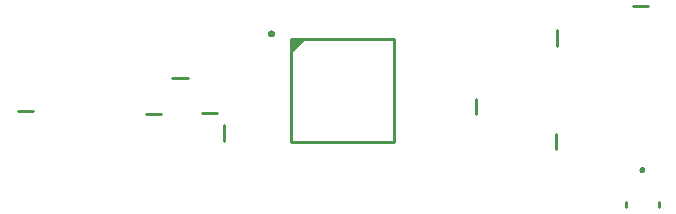
<source format=gbr>
G04 DipTrace 4.1.3.1*
G04 TopSilk.gbr*
%MOIN*%
G04 #@! TF.FileFunction,Legend,Top*
G04 #@! TF.Part,Single*
%ADD10C,0.009843*%
%FSLAX26Y26*%
G04*
G70*
G90*
G75*
G01*
G04 TopSilk*
%LPD*%
X2722420Y1061043D2*
D10*
Y1112185D1*
X2720451Y716555D2*
Y767697D1*
X1492106Y952735D2*
X1440965D1*
X976358Y842499D2*
X925217D1*
X1590531Y836593D2*
X1539390D1*
X1403524Y834625D2*
X1352382D1*
G36*
X3007877Y655512D2*
X3009161Y655428D1*
X3010424Y655176D1*
X3011643Y654763D1*
X3012797Y654193D1*
X3013868Y653478D1*
X3014836Y652629D1*
X3015684Y651661D1*
X3016400Y650591D1*
X3016969Y649436D1*
X3017383Y648217D1*
X3017634Y646955D1*
X3017718Y645670D1*
X3017634Y644386D1*
X3017383Y643123D1*
X3016969Y641904D1*
X3016400Y640750D1*
X3015684Y639679D1*
X3014836Y638711D1*
X3013868Y637862D1*
X3012797Y637147D1*
X3011643Y636578D1*
X3010424Y636164D1*
X3009161Y635913D1*
X3007877Y635829D1*
X3007871D1*
X3006587Y635913D1*
X3005324Y636164D1*
X3004105Y636578D1*
X3002951Y637147D1*
X3001880Y637862D1*
X3000912Y638711D1*
X3000064Y639679D1*
X2999348Y640750D1*
X2998779Y641904D1*
X2998365Y643123D1*
X2998114Y644386D1*
X2998030Y645670D1*
X2998114Y646955D1*
X2998365Y648217D1*
X2998779Y649436D1*
X2999348Y650591D1*
X3000064Y651661D1*
X3000912Y652629D1*
X3001880Y653478D1*
X3002951Y654193D1*
X3004105Y654763D1*
X3005324Y655176D1*
X3006587Y655428D1*
X3007871Y655512D1*
X3007877D1*
G37*
X2952756Y541333D2*
D10*
Y521650D1*
X3062992Y541333D2*
Y521650D1*
X3027539Y1192892D2*
X2976398D1*
X2452735Y832697D2*
Y883839D1*
X1612226Y795256D2*
Y744114D1*
X1836638Y1082654D2*
Y740181D1*
X2179110D1*
Y1082654D1*
X1836638D1*
G36*
X1759828Y1100401D2*
X1759929Y1101944D1*
X1760231Y1103461D1*
X1760728Y1104925D1*
X1761412Y1106312D1*
X1762271Y1107598D1*
X1763291Y1108761D1*
X1764454Y1109780D1*
X1765740Y1110640D1*
X1767127Y1111324D1*
X1768591Y1111821D1*
X1770108Y1112122D1*
X1771651Y1112224D1*
X1773194Y1112122D1*
X1774711Y1111821D1*
X1776176Y1111324D1*
X1777563Y1110640D1*
X1778848Y1109780D1*
X1780011Y1108761D1*
X1781031Y1107598D1*
X1781890Y1106312D1*
X1782574Y1104925D1*
X1783071Y1103461D1*
X1783373Y1101944D1*
X1783474Y1100401D1*
D1*
X1783373Y1098858D1*
X1783071Y1097341D1*
X1782574Y1095876D1*
X1781890Y1094489D1*
X1781031Y1093204D1*
X1780011Y1092041D1*
X1778848Y1091021D1*
X1777563Y1090162D1*
X1776176Y1089478D1*
X1774711Y1088981D1*
X1773194Y1088679D1*
X1771651Y1088578D1*
X1770108Y1088679D1*
X1768591Y1088981D1*
X1767127Y1089478D1*
X1765740Y1090162D1*
X1764454Y1091021D1*
X1763291Y1092041D1*
X1762271Y1093204D1*
X1761412Y1094489D1*
X1760728Y1095876D1*
X1760231Y1097341D1*
X1759929Y1098858D1*
X1759828Y1100401D1*
D1*
G37*
G36*
X1837417Y1081094D2*
X1874783Y1080315D1*
X1837417Y1081094D1*
G37*
G36*
X1842510Y1084628D2*
X1889750D1*
X1834663Y1029542D1*
X1842510Y1084628D1*
G37*
M02*

</source>
